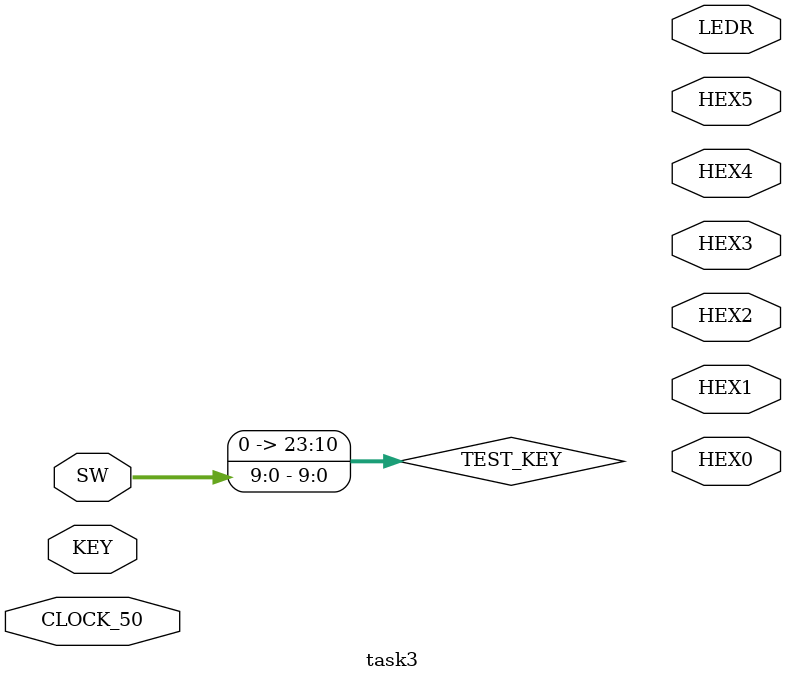
<source format=sv>
module task3(input logic CLOCK_50, input logic [3:0] KEY, input logic [9:0] SW,
             output logic [6:0] HEX0, output logic [6:0] HEX1, output logic [6:0] HEX2,
             output logic [6:0] HEX3, output logic [6:0] HEX4, output logic [6:0] HEX5,
             output logic [9:0] LEDR);

    // your code here

	 logic [23:0] TEST_KEY;
	 assign TEST_KEY[23:10] = 0;
	 assign TEST_KEY[9:0] = SW;
    ct_mem ct(  .address(CT_ADDR), .clock(CLOCK_50), .data(0), .wren(0), .q(CT_RDDATA));
    pt_mem pt(  .address(PT_ADDR), .clock(CLOCK_50), .data(PT_WRDATA), .wren(PT_WREN), .q(PT_RDDATA));
    arc4try2 a4( .clk(CLOCK_50), .rst_n(KEY[3]), . en(KEY[0]), .key(TEST_KEY), .ct_addr(CT_ADDR), .ct_rddata(CT_RDDATA), 
				 .pt_addr(PT_ADDR), .pt_rddata(PT_RDDATA), .pt_wrdata(PT_WRDATA), .pt_wren(PT_WREN));

	 
endmodule: task3

</source>
